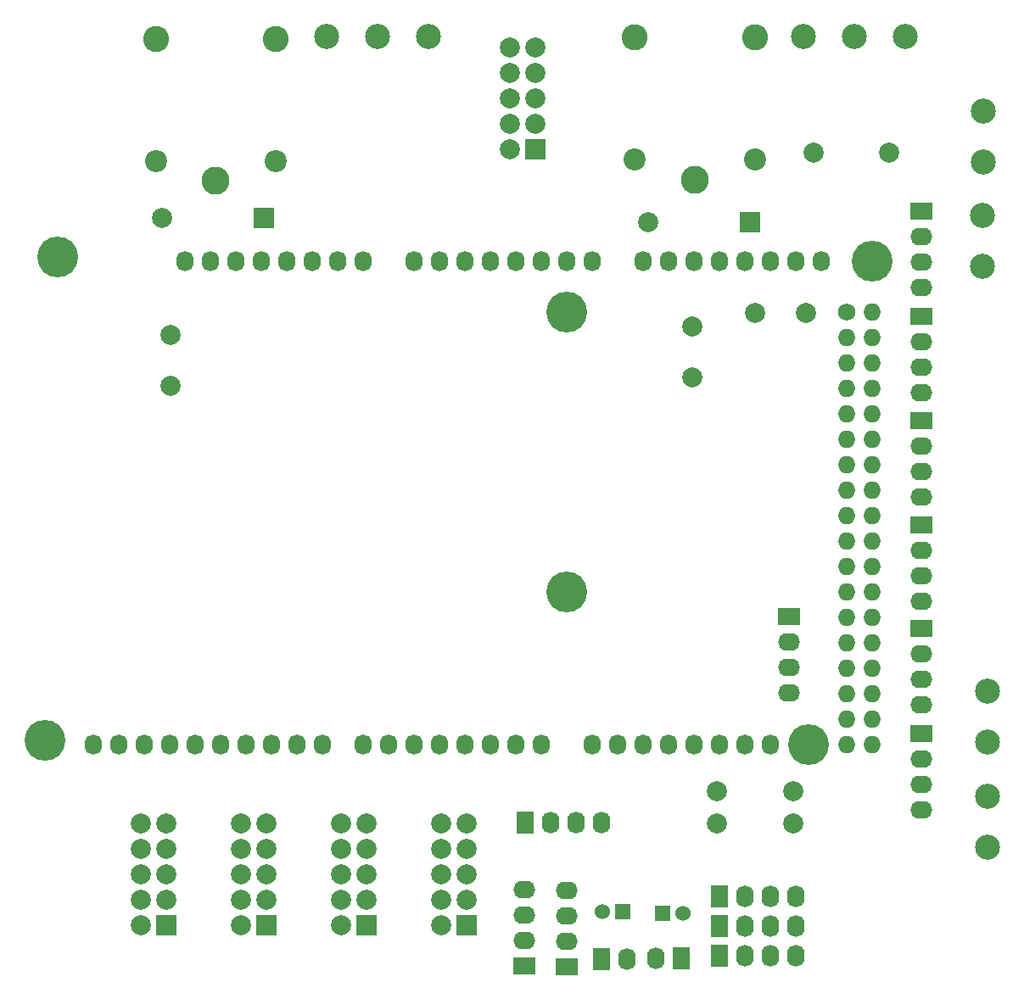
<source format=gbr>
G04 #@! TF.GenerationSoftware,KiCad,Pcbnew,5.1.7-a382d34a8~87~ubuntu20.04.1*
G04 #@! TF.CreationDate,2020-11-26T19:40:13-03:00*
G04 #@! TF.ProjectId,robot uve,726f626f-7420-4757-9665-2e6b69636164,rev?*
G04 #@! TF.SameCoordinates,Original*
G04 #@! TF.FileFunction,Soldermask,Top*
G04 #@! TF.FilePolarity,Negative*
%FSLAX46Y46*%
G04 Gerber Fmt 4.6, Leading zero omitted, Abs format (unit mm)*
G04 Created by KiCad (PCBNEW 5.1.7-a382d34a8~87~ubuntu20.04.1) date 2020-11-26 19:40:13*
%MOMM*%
%LPD*%
G01*
G04 APERTURE LIST*
%ADD10R,1.750000X2.200000*%
%ADD11O,1.750000X2.200000*%
%ADD12R,2.000000X2.000000*%
%ADD13C,2.000000*%
%ADD14O,1.750000X2.199640*%
%ADD15R,1.750000X2.199640*%
%ADD16C,1.524000*%
%ADD17R,1.524000X1.524000*%
%ADD18R,1.998980X1.998980*%
%ADD19C,1.998980*%
%ADD20C,2.500000*%
%ADD21C,1.727200*%
%ADD22O,1.727200X1.727200*%
%ADD23O,1.727200X2.032000*%
%ADD24C,4.064000*%
%ADD25R,2.200000X1.750000*%
%ADD26O,2.200000X1.750000*%
%ADD27C,2.200000*%
%ADD28C,2.600000*%
%ADD29C,2.800000*%
G04 APERTURE END LIST*
D10*
X155310000Y-132300000D03*
D11*
X157850000Y-132300000D03*
X160390000Y-132300000D03*
X162930000Y-132300000D03*
D12*
X149470000Y-142580000D03*
D13*
X146930000Y-142580000D03*
X149470000Y-140040000D03*
X146930000Y-140040000D03*
X149470000Y-137500000D03*
X146930000Y-137500000D03*
X149470000Y-134960000D03*
X146930000Y-134960000D03*
X149470000Y-132420000D03*
X146930000Y-132420000D03*
D14*
X165470000Y-145917500D03*
D15*
X162930000Y-145917500D03*
D16*
X171000000Y-141400000D03*
D17*
X169000000Y-141400000D03*
X165000000Y-141200000D03*
D16*
X163000000Y-141200000D03*
D18*
X177730000Y-72350000D03*
D19*
X167570000Y-72350000D03*
D18*
X129175000Y-71950000D03*
D19*
X119015000Y-71950000D03*
D20*
X188100000Y-53800000D03*
X193180000Y-53800000D03*
X183020000Y-53800000D03*
D13*
X136930000Y-132420000D03*
X139470000Y-132420000D03*
X136930000Y-134960000D03*
X139470000Y-134960000D03*
X136930000Y-137500000D03*
X139470000Y-137500000D03*
X136930000Y-140040000D03*
X139470000Y-140040000D03*
X136930000Y-142580000D03*
D12*
X139470000Y-142580000D03*
X129470000Y-142580000D03*
D13*
X126930000Y-142580000D03*
X129470000Y-140040000D03*
X126930000Y-140040000D03*
X129470000Y-137500000D03*
X126930000Y-137500000D03*
X129470000Y-134960000D03*
X126930000Y-134960000D03*
X129470000Y-132420000D03*
X126930000Y-132420000D03*
X116930000Y-132420000D03*
X119470000Y-132420000D03*
X116930000Y-134960000D03*
X119470000Y-134960000D03*
X116930000Y-137500000D03*
X119470000Y-137500000D03*
X116930000Y-140040000D03*
X119470000Y-140040000D03*
X116930000Y-142580000D03*
D12*
X119470000Y-142580000D03*
D21*
X187358000Y-81354000D03*
D22*
X189898000Y-81354000D03*
X187358000Y-83894000D03*
X189898000Y-83894000D03*
X187358000Y-86434000D03*
X189898000Y-86434000D03*
X187358000Y-88974000D03*
X189898000Y-88974000D03*
X187358000Y-91514000D03*
X189898000Y-91514000D03*
X187358000Y-94054000D03*
X189898000Y-94054000D03*
X187358000Y-96594000D03*
X189898000Y-96594000D03*
X187358000Y-99134000D03*
X189898000Y-99134000D03*
X187358000Y-101674000D03*
X189898000Y-101674000D03*
X187358000Y-104214000D03*
X189898000Y-104214000D03*
X187358000Y-106754000D03*
X189898000Y-106754000D03*
X187358000Y-109294000D03*
X189898000Y-109294000D03*
X187358000Y-111834000D03*
X189898000Y-111834000D03*
X187358000Y-114374000D03*
X189898000Y-114374000D03*
X187358000Y-116914000D03*
X189898000Y-116914000D03*
X187358000Y-119454000D03*
X189898000Y-119454000D03*
X187358000Y-121994000D03*
X189898000Y-121994000D03*
X187358000Y-124534000D03*
X189898000Y-124534000D03*
D23*
X121318000Y-76274000D03*
X123858000Y-76274000D03*
X126398000Y-76274000D03*
X128938000Y-76274000D03*
X131478000Y-76274000D03*
X134018000Y-76274000D03*
X136558000Y-76274000D03*
X139098000Y-76274000D03*
X144178000Y-76274000D03*
X146718000Y-76274000D03*
X149258000Y-76274000D03*
X151798000Y-76274000D03*
X154338000Y-76274000D03*
X156878000Y-76274000D03*
X159418000Y-76274000D03*
X161958000Y-76274000D03*
X167038000Y-76274000D03*
X169578000Y-76274000D03*
X172118000Y-76274000D03*
X174658000Y-76274000D03*
X177198000Y-76274000D03*
X179738000Y-76274000D03*
X182278000Y-76274000D03*
X184818000Y-76274000D03*
X112174000Y-124534000D03*
X114714000Y-124534000D03*
X117254000Y-124534000D03*
X119794000Y-124534000D03*
X122334000Y-124534000D03*
X124874000Y-124534000D03*
X127414000Y-124534000D03*
X129954000Y-124534000D03*
X132494000Y-124534000D03*
X135034000Y-124534000D03*
X139098000Y-124534000D03*
X141638000Y-124534000D03*
X144178000Y-124534000D03*
X146718000Y-124534000D03*
X149258000Y-124534000D03*
X151798000Y-124534000D03*
X154338000Y-124534000D03*
X156878000Y-124534000D03*
X161958000Y-124534000D03*
X164498000Y-124534000D03*
X167038000Y-124534000D03*
X169578000Y-124534000D03*
X172118000Y-124534000D03*
X174658000Y-124534000D03*
X177198000Y-124534000D03*
X179738000Y-124534000D03*
D24*
X107348000Y-124126000D03*
X159418000Y-81354000D03*
X189898000Y-76274000D03*
X108618000Y-75866000D03*
X159418000Y-109294000D03*
X183548000Y-124534000D03*
D13*
X184050000Y-65425000D03*
X191650000Y-65425000D03*
D10*
X174660000Y-142612000D03*
D11*
X177200000Y-142612000D03*
X179740000Y-142612000D03*
X182280000Y-142612000D03*
D20*
X201000000Y-61260000D03*
X201000000Y-66340000D03*
X200950000Y-76790000D03*
X200950000Y-71710000D03*
D25*
X194850000Y-123410000D03*
D26*
X194850000Y-125950000D03*
X194850000Y-128490000D03*
X194850000Y-131030000D03*
X194800000Y-99810000D03*
X194800000Y-97270000D03*
X194800000Y-94730000D03*
D25*
X194800000Y-92190000D03*
X194850000Y-102640000D03*
D26*
X194850000Y-105180000D03*
X194850000Y-107720000D03*
X194850000Y-110260000D03*
X194850000Y-120570000D03*
X194850000Y-118030000D03*
X194850000Y-115490000D03*
D25*
X194850000Y-112950000D03*
X194800000Y-81790000D03*
D26*
X194800000Y-84330000D03*
X194800000Y-86870000D03*
X194800000Y-89410000D03*
D25*
X194800000Y-71290000D03*
D26*
X194800000Y-73830000D03*
X194800000Y-76370000D03*
X194800000Y-78910000D03*
D20*
X135470000Y-53875000D03*
X145630000Y-53875000D03*
X140550000Y-53875000D03*
D11*
X182310000Y-139650000D03*
X179770000Y-139650000D03*
X177230000Y-139650000D03*
D10*
X174690000Y-139650000D03*
D11*
X182285000Y-145575000D03*
X179745000Y-145575000D03*
X177205000Y-145575000D03*
D10*
X174665000Y-145575000D03*
D25*
X155200000Y-146620000D03*
D26*
X155200000Y-144080000D03*
X155200000Y-141540000D03*
X155200000Y-139000000D03*
X159400000Y-139060000D03*
X159400000Y-141600000D03*
X159400000Y-144140000D03*
D25*
X159400000Y-146680000D03*
D20*
X201400000Y-129660000D03*
X201400000Y-134740000D03*
X201400000Y-124290000D03*
X201400000Y-119210000D03*
D27*
X178250000Y-66150000D03*
D28*
X178250000Y-53950000D03*
X166250000Y-53950000D03*
D27*
X166250000Y-66150000D03*
D29*
X172250000Y-68150000D03*
X124425000Y-68250000D03*
D27*
X118425000Y-66250000D03*
D28*
X118425000Y-54050000D03*
X130425000Y-54050000D03*
D27*
X130425000Y-66250000D03*
D12*
X156270000Y-65080000D03*
D13*
X153730000Y-65080000D03*
X156270000Y-62540000D03*
X153730000Y-62540000D03*
X156270000Y-60000000D03*
X153730000Y-60000000D03*
X156270000Y-57460000D03*
X153730000Y-57460000D03*
X156270000Y-54920000D03*
X153730000Y-54920000D03*
D19*
X183340000Y-81400000D03*
X178260000Y-81400000D03*
X172000000Y-82800000D03*
X172000000Y-87880000D03*
X119900000Y-88705000D03*
X119900000Y-83625000D03*
D15*
X170870000Y-145882500D03*
D14*
X168330000Y-145882500D03*
D19*
X174390000Y-129200000D03*
X182010000Y-129200000D03*
X182010000Y-132400000D03*
X174390000Y-132400000D03*
D25*
X181600000Y-111720000D03*
D26*
X181600000Y-114260000D03*
X181600000Y-116800000D03*
X181600000Y-119340000D03*
M02*

</source>
